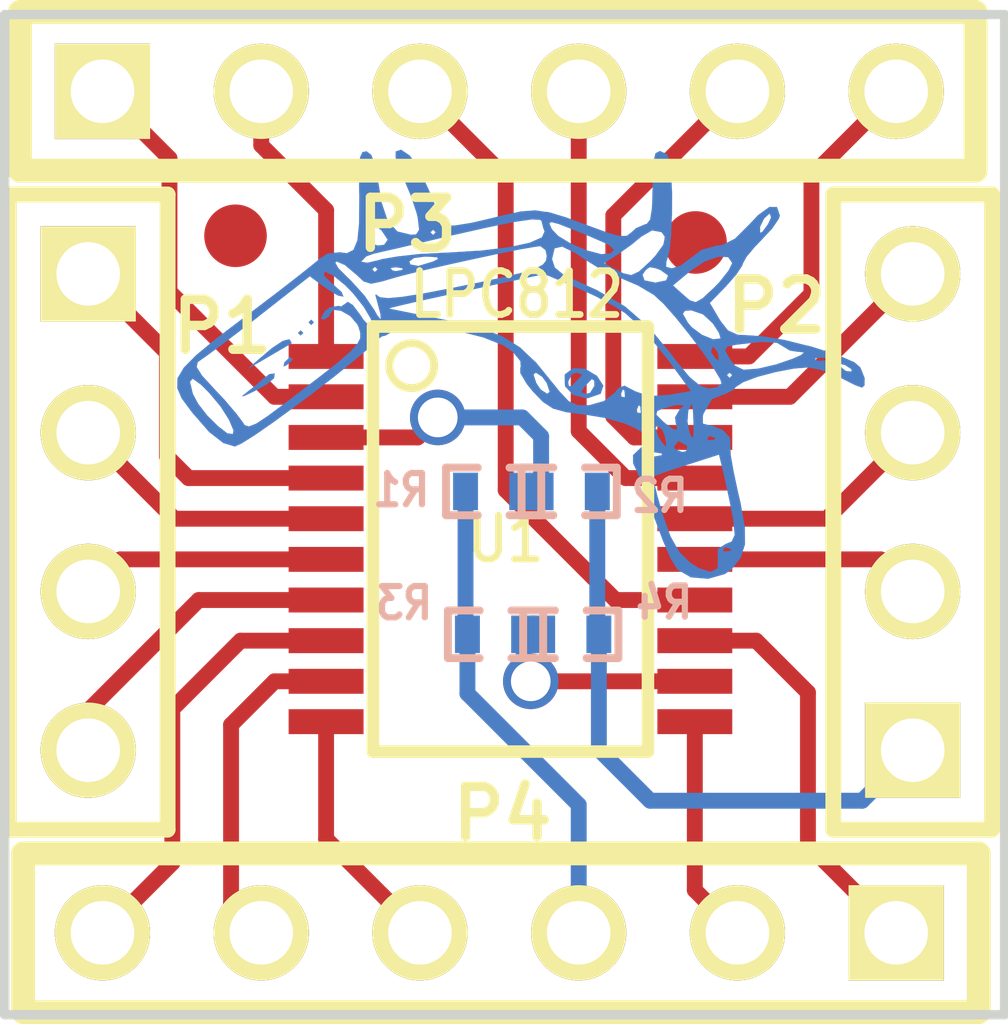
<source format=kicad_pcb>
(kicad_pcb (version 3) (host pcbnew "(2013-jul-07)-stable")

  (general
    (links 26)
    (no_connects 0)
    (area 327.924999 164.924999 344.075001 181.075001)
    (thickness 1.6)
    (drawings 4)
    (tracks 78)
    (zones 0)
    (modules 12)
    (nets 23)
  )

  (page A3)
  (layers
    (15 F.Cu signal)
    (0 B.Cu signal)
    (20 B.SilkS user)
    (21 F.SilkS user)
    (22 B.Mask user)
    (23 F.Mask user)
    (28 Edge.Cuts user)
  )

  (setup
    (last_trace_width 0.254)
    (trace_clearance 0.254)
    (zone_clearance 0.2032)
    (zone_45_only no)
    (trace_min 0.254)
    (segment_width 0.2)
    (edge_width 0.15)
    (via_size 0.889)
    (via_drill 0.635)
    (via_min_size 0.889)
    (via_min_drill 0.508)
    (uvia_size 0.508)
    (uvia_drill 0.127)
    (uvias_allowed no)
    (uvia_min_size 0.508)
    (uvia_min_drill 0.127)
    (pcb_text_width 0.3)
    (pcb_text_size 1 1)
    (mod_edge_width 0.15)
    (mod_text_size 1 1)
    (mod_text_width 0.15)
    (pad_size 0.39878 1.19888)
    (pad_drill 0)
    (pad_to_mask_clearance 0.05)
    (solder_mask_min_width 0.1)
    (aux_axis_origin 0 0)
    (visible_elements FFFFFFBF)
    (pcbplotparams
      (layerselection 284196865)
      (usegerberextensions true)
      (excludeedgelayer true)
      (linewidth 0.150000)
      (plotframeref false)
      (viasonmask false)
      (mode 1)
      (useauxorigin false)
      (hpglpennumber 1)
      (hpglpenspeed 20)
      (hpglpendiameter 15)
      (hpglpenoverlay 2)
      (psnegative false)
      (psa4output false)
      (plotreference true)
      (plotvalue true)
      (plotothertext true)
      (plotinvisibletext false)
      (padsonsilk false)
      (subtractmaskfromsilk false)
      (outputformat 1)
      (mirror false)
      (drillshape 0)
      (scaleselection 1)
      (outputdirectory Gerber_Starter_Adapter/))
  )

  (net 0 "")
  (net 1 +3.3V)
  (net 2 /GPIO0_0)
  (net 3 /GPIO0_1)
  (net 4 /GPIO0_12)
  (net 5 /GPIO0_2)
  (net 6 /GPIO0_3)
  (net 7 /GPIO0_4)
  (net 8 /GPIO0_5)
  (net 9 DGND)
  (net 10 N-000001)
  (net 11 N-0000010)
  (net 12 N-0000012)
  (net 13 N-0000013)
  (net 14 N-000002)
  (net 15 N-0000023)
  (net 16 N-0000024)
  (net 17 N-000003)
  (net 18 N-000004)
  (net 19 N-000006)
  (net 20 N-000007)
  (net 21 N-000008)
  (net 22 N-000009)

  (net_class Default "This is the default net class."
    (clearance 0.254)
    (trace_width 0.254)
    (via_dia 0.889)
    (via_drill 0.635)
    (uvia_dia 0.508)
    (uvia_drill 0.127)
    (add_net "")
    (add_net +3.3V)
    (add_net /GPIO0_0)
    (add_net /GPIO0_1)
    (add_net /GPIO0_12)
    (add_net /GPIO0_2)
    (add_net /GPIO0_3)
    (add_net /GPIO0_4)
    (add_net /GPIO0_5)
    (add_net DGND)
    (add_net N-000001)
    (add_net N-0000010)
    (add_net N-0000012)
    (add_net N-0000013)
    (add_net N-000002)
    (add_net N-0000023)
    (add_net N-0000024)
    (add_net N-000003)
    (add_net N-000004)
    (add_net N-000006)
    (add_net N-000007)
    (add_net N-000008)
    (add_net N-000009)
  )

  (module TSSOP20 (layer F.Cu) (tedit 523C032B) (tstamp 523C1D89)
    (at 336.0928 173.39056 270)
    (descr "SSOP 20 pins")
    (tags "CMS SSOP SMD SSOP20 SSOP-20")
    (path /523BFD2C)
    (clearance 0.14986)
    (attr smd)
    (fp_text reference U1 (at 0 0.0762 360) (layer F.SilkS)
      (effects (font (size 0.70104 0.59944) (thickness 0.10922)))
    )
    (fp_text value LPC812 (at -3.9116 -0.1016 360) (layer F.SilkS)
      (effects (font (size 0.70104 0.59944) (thickness 0.10922)))
    )
    (fp_line (start -3.4 -2.2) (end 3.4 -2.2) (layer F.SilkS) (width 0.20066))
    (fp_line (start 3.4 -2.2) (end 3.4 2.2) (layer F.SilkS) (width 0.20066))
    (fp_line (start 3.4 2.2) (end -3.4 2.2) (layer F.SilkS) (width 0.20066))
    (fp_line (start -3.4 2.2) (end -3.4 -2.2) (layer F.SilkS) (width 0.20066))
    (fp_circle (center -2.77368 1.57988) (end -3.02768 1.32588) (layer F.SilkS) (width 0.127))
    (pad 1 smd rect (at -2.921 2.95 270) (size 0.39878 1.19888)
      (layers F.Cu F.Mask)
      (net 17 N-000003)
    )
    (pad 2 smd rect (at -2.27584 2.95 270) (size 0.39878 1.19888)
      (layers F.Cu F.Mask)
      (net 19 N-000006)
    )
    (pad 3 smd rect (at -1.6256 2.95 270) (size 0.39878 1.19888)
      (layers F.Cu F.Mask)
      (net 16 N-0000024)
    )
    (pad 4 smd rect (at -0.97536 2.95 270) (size 0.39878 1.19888)
      (layers F.Cu F.Mask)
      (net 8 /GPIO0_5)
    )
    (pad 5 smd rect (at -0.32512 2.95 270) (size 0.39878 1.19888)
      (layers F.Cu F.Mask)
      (net 7 /GPIO0_4)
    )
    (pad 6 smd rect (at 0.32512 2.95 270) (size 0.39878 1.19888)
      (layers F.Cu F.Mask)
      (net 6 /GPIO0_3)
    )
    (pad 7 smd rect (at 0.97536 2.95 270) (size 0.39878 1.19888)
      (layers F.Cu F.Mask)
      (net 5 /GPIO0_2)
    )
    (pad 8 smd rect (at 1.6256 2.95 270) (size 0.39878 1.19888)
      (layers F.Cu F.Mask)
      (net 11 N-0000010)
    )
    (pad 9 smd rect (at 2.27584 2.95 270) (size 0.39878 1.19888)
      (layers F.Cu F.Mask)
      (net 10 N-000001)
    )
    (pad 10 smd rect (at 2.921 2.95 270) (size 0.39878 1.19888)
      (layers F.Cu F.Mask)
      (net 14 N-000002)
    )
    (pad 11 smd rect (at 2.921 -2.95 270) (size 0.39878 1.19888)
      (layers F.Cu F.Mask)
      (net 12 N-0000012)
    )
    (pad 12 smd rect (at 2.27584 -2.95 270) (size 0.39878 1.19888)
      (layers F.Cu F.Mask)
      (net 15 N-0000023)
    )
    (pad 13 smd rect (at 1.6256 -2.95 270) (size 0.39878 1.19888)
      (layers F.Cu F.Mask)
      (net 13 N-0000013)
    )
    (pad 14 smd rect (at 0.97536 -2.95 270) (size 0.39878 1.19888)
      (layers F.Cu F.Mask)
      (net 18 N-000004)
    )
    (pad 15 smd rect (at 0.32512 -2.95 270) (size 0.39878 1.19888)
      (layers F.Cu F.Mask)
      (net 1 +3.3V)
    )
    (pad 16 smd rect (at -0.32512 -2.95 270) (size 0.39878 1.19888)
      (layers F.Cu F.Mask)
      (net 9 DGND)
    )
    (pad 17 smd rect (at -0.97536 -2.95 270) (size 0.39878 1.19888)
      (layers F.Cu F.Mask)
      (net 22 N-000009)
    )
    (pad 18 smd rect (at -1.6256 -2.95 270) (size 0.39878 1.19888)
      (layers F.Cu F.Mask)
      (net 21 N-000008)
    )
    (pad 19 smd rect (at -2.27584 -2.95 270) (size 0.39878 1.19888)
      (layers F.Cu F.Mask)
      (net 2 /GPIO0_0)
    )
    (pad 20 smd rect (at -2.921 -2.95 270) (size 0.39878 1.19888)
      (layers F.Cu F.Mask)
      (net 20 N-000007)
    )
    (model smd/cms_so20.wrl
      (at (xyz 0 0 0))
      (scale (xyz 0.255 0.33 0.3))
      (rotate (xyz 0 0 0))
    )
  )

  (module SM0402 (layer B.Cu) (tedit 523C041E) (tstamp 523C1D95)
    (at 337.058 174.91456)
    (path /523BFE23)
    (attr smd)
    (fp_text reference R4 (at 1.49352 -0.508) (layer B.SilkS)
      (effects (font (size 0.50038 0.44958) (thickness 0.09906)) (justify mirror))
    )
    (fp_text value 0 (at 0 0.7366) (layer B.SilkS) hide
      (effects (font (size 0.50038 0.44958) (thickness 0.09906)) (justify mirror))
    )
    (fp_line (start -0.254 0.381) (end -0.762 0.381) (layer B.SilkS) (width 0.127))
    (fp_line (start -0.762 0.381) (end -0.762 -0.381) (layer B.SilkS) (width 0.127))
    (fp_line (start -0.762 -0.381) (end -0.254 -0.381) (layer B.SilkS) (width 0.127))
    (fp_line (start 0.254 0.381) (end 0.762 0.381) (layer B.SilkS) (width 0.127))
    (fp_line (start 0.762 0.381) (end 0.762 -0.381) (layer B.SilkS) (width 0.127))
    (fp_line (start 0.762 -0.381) (end 0.254 -0.381) (layer B.SilkS) (width 0.127))
    (pad 1 smd rect (at -0.44958 0) (size 0.39878 0.59944)
      (layers B.Cu B.Mask)
      (net 15 N-0000023)
    )
    (pad 2 smd rect (at 0.44958 0) (size 0.39878 0.59944)
      (layers B.Cu B.Mask)
      (net 3 /GPIO0_1)
    )
    (model smd\chip_cms.wrl
      (at (xyz 0 0 0.002))
      (scale (xyz 0.05 0.05 0.05))
      (rotate (xyz 0 0 0))
    )
  )

  (module SM0402 (layer B.Cu) (tedit 523C03B2) (tstamp 523C1DA1)
    (at 337.0326 172.62856 180)
    (path /523BFE41)
    (attr smd)
    (fp_text reference R2 (at -1.4478 -0.07112 180) (layer B.SilkS)
      (effects (font (size 0.50038 0.44958) (thickness 0.09906)) (justify mirror))
    )
    (fp_text value 0 (at 0 0.7366 180) (layer B.SilkS) hide
      (effects (font (size 0.50038 0.44958) (thickness 0.09906)) (justify mirror))
    )
    (fp_line (start -0.254 0.381) (end -0.762 0.381) (layer B.SilkS) (width 0.127))
    (fp_line (start -0.762 0.381) (end -0.762 -0.381) (layer B.SilkS) (width 0.127))
    (fp_line (start -0.762 -0.381) (end -0.254 -0.381) (layer B.SilkS) (width 0.127))
    (fp_line (start 0.254 0.381) (end 0.762 0.381) (layer B.SilkS) (width 0.127))
    (fp_line (start 0.762 0.381) (end 0.762 -0.381) (layer B.SilkS) (width 0.127))
    (fp_line (start 0.762 -0.381) (end 0.254 -0.381) (layer B.SilkS) (width 0.127))
    (pad 1 smd rect (at -0.44958 0 180) (size 0.39878 0.59944)
      (layers B.Cu B.Mask)
      (net 3 /GPIO0_1)
    )
    (pad 2 smd rect (at 0.44958 0 180) (size 0.39878 0.59944)
      (layers B.Cu B.Mask)
      (net 16 N-0000024)
    )
    (model smd\chip_cms.wrl
      (at (xyz 0 0 0.002))
      (scale (xyz 0.05 0.05 0.05))
      (rotate (xyz 0 0 0))
    )
  )

  (module SM0402 (layer B.Cu) (tedit 523C03AF) (tstamp 523C1DAD)
    (at 335.82356 172.62856)
    (path /523C02F3)
    (attr smd)
    (fp_text reference R1 (at -1.47828 -0.02032) (layer B.SilkS)
      (effects (font (size 0.50038 0.44958) (thickness 0.09906)) (justify mirror))
    )
    (fp_text value 0 (at 0 0.7366) (layer B.SilkS) hide
      (effects (font (size 0.50038 0.44958) (thickness 0.09906)) (justify mirror))
    )
    (fp_line (start -0.254 0.381) (end -0.762 0.381) (layer B.SilkS) (width 0.127))
    (fp_line (start -0.762 0.381) (end -0.762 -0.381) (layer B.SilkS) (width 0.127))
    (fp_line (start -0.762 -0.381) (end -0.254 -0.381) (layer B.SilkS) (width 0.127))
    (fp_line (start 0.254 0.381) (end 0.762 0.381) (layer B.SilkS) (width 0.127))
    (fp_line (start 0.762 0.381) (end 0.762 -0.381) (layer B.SilkS) (width 0.127))
    (fp_line (start 0.762 -0.381) (end 0.254 -0.381) (layer B.SilkS) (width 0.127))
    (pad 1 smd rect (at -0.44958 0) (size 0.39878 0.59944)
      (layers B.Cu B.Mask)
      (net 4 /GPIO0_12)
    )
    (pad 2 smd rect (at 0.44958 0) (size 0.39878 0.59944)
      (layers B.Cu B.Mask)
      (net 16 N-0000024)
    )
    (model smd\chip_cms.wrl
      (at (xyz 0 0 0.002))
      (scale (xyz 0.05 0.05 0.05))
      (rotate (xyz 0 0 0))
    )
  )

  (module SM0402 (layer B.Cu) (tedit 523C0406) (tstamp 523C21A8)
    (at 335.85404 174.91456 180)
    (path /523C0343)
    (attr smd)
    (fp_text reference R3 (at 1.46304 0.49784 180) (layer B.SilkS)
      (effects (font (size 0.50038 0.44958) (thickness 0.09906)) (justify mirror))
    )
    (fp_text value 0 (at 0 0.7366 180) (layer B.SilkS) hide
      (effects (font (size 0.50038 0.44958) (thickness 0.09906)) (justify mirror))
    )
    (fp_line (start -0.254 0.381) (end -0.762 0.381) (layer B.SilkS) (width 0.127))
    (fp_line (start -0.762 0.381) (end -0.762 -0.381) (layer B.SilkS) (width 0.127))
    (fp_line (start -0.762 -0.381) (end -0.254 -0.381) (layer B.SilkS) (width 0.127))
    (fp_line (start 0.254 0.381) (end 0.762 0.381) (layer B.SilkS) (width 0.127))
    (fp_line (start 0.762 0.381) (end 0.762 -0.381) (layer B.SilkS) (width 0.127))
    (fp_line (start 0.762 -0.381) (end 0.254 -0.381) (layer B.SilkS) (width 0.127))
    (pad 1 smd rect (at -0.44958 0 180) (size 0.39878 0.59944)
      (layers B.Cu B.Mask)
      (net 15 N-0000023)
    )
    (pad 2 smd rect (at 0.44958 0 180) (size 0.39878 0.59944)
      (layers B.Cu B.Mask)
      (net 4 /GPIO0_12)
    )
    (model smd\chip_cms.wrl
      (at (xyz 0 0 0.002))
      (scale (xyz 0.05 0.05 0.05))
      (rotate (xyz 0 0 0))
    )
  )

  (module pin_array_6x1 (layer F.Cu) (tedit 523C01BA) (tstamp 523C1DC7)
    (at 335.915 166.20236)
    (tags CONN)
    (path /523C0053)
    (fp_text reference P3 (at -1.4732 2.159) (layer F.SilkS)
      (effects (font (size 0.8 0.8) (thickness 0.15)))
    )
    (fp_text value CONN_6 (at 0 2.6162) (layer F.SilkS) hide
      (effects (font (size 1.016 1.016) (thickness 0.2032)))
    )
    (fp_line (start -7.6708 1.2954) (end 7.62 1.2954) (layer F.SilkS) (width 0.381))
    (fp_line (start -7.6708 -1.2446) (end 7.62 -1.2446) (layer F.SilkS) (width 0.381))
    (fp_line (start 7.62 -1.2192) (end 7.62 1.2954) (layer F.SilkS) (width 0.381))
    (fp_line (start -7.6708 1.2954) (end -7.6708 -1.2192) (layer F.SilkS) (width 0.381))
    (pad 1 thru_hole rect (at -6.35 0.0254) (size 1.524 1.524) (drill 1.016)
      (layers *.Cu *.Mask F.SilkS)
      (net 19 N-000006)
    )
    (pad 2 thru_hole circle (at -3.81 0.0254) (size 1.524 1.524) (drill 1.016)
      (layers *.Cu *.Mask F.SilkS)
      (net 17 N-000003)
    )
    (pad 3 thru_hole circle (at -1.27 0.0254) (size 1.524 1.524) (drill 1.016)
      (layers *.Cu *.Mask F.SilkS)
      (net 18 N-000004)
    )
    (pad 4 thru_hole circle (at 1.27 0.0254) (size 1.524 1.524) (drill 1.016)
      (layers *.Cu *.Mask F.SilkS)
      (net 22 N-000009)
    )
    (pad 5 thru_hole circle (at 3.81 0.0254) (size 1.524 1.524) (drill 1.016)
      (layers *.Cu *.Mask F.SilkS)
      (net 21 N-000008)
    )
    (pad 6 thru_hole circle (at 6.35 0.0254) (size 1.524 1.524) (drill 1.016)
      (layers *.Cu *.Mask F.SilkS)
      (net 20 N-000007)
    )
    (model pin_array/pins_array_12x2.wrl
      (at (xyz 0 0 0))
      (scale (xyz 1 1 1))
      (rotate (xyz 0 0 0))
    )
  )

  (module pin_array_6x1 (layer F.Cu) (tedit 523C0188) (tstamp 523C1DD5)
    (at 335.915 179.71516 180)
    (tags CONN)
    (path /523C0225)
    (fp_text reference P4 (at -0.0508 1.9304 180) (layer F.SilkS)
      (effects (font (size 0.8 0.8) (thickness 0.15)))
    )
    (fp_text value CONN_6 (at 0 2.6162 180) (layer F.SilkS) hide
      (effects (font (size 1.016 1.016) (thickness 0.2032)))
    )
    (fp_line (start -7.6708 1.2954) (end 7.62 1.2954) (layer F.SilkS) (width 0.381))
    (fp_line (start -7.6708 -1.2446) (end 7.62 -1.2446) (layer F.SilkS) (width 0.381))
    (fp_line (start 7.62 -1.2192) (end 7.62 1.2954) (layer F.SilkS) (width 0.381))
    (fp_line (start -7.6708 1.2954) (end -7.6708 -1.2192) (layer F.SilkS) (width 0.381))
    (pad 1 thru_hole rect (at -6.35 0.0254 180) (size 1.524 1.524) (drill 1.016)
      (layers *.Cu *.Mask F.SilkS)
      (net 13 N-0000013)
    )
    (pad 2 thru_hole circle (at -3.81 0.0254 180) (size 1.524 1.524) (drill 1.016)
      (layers *.Cu *.Mask F.SilkS)
      (net 12 N-0000012)
    )
    (pad 3 thru_hole circle (at -1.27 0.0254 180) (size 1.524 1.524) (drill 1.016)
      (layers *.Cu *.Mask F.SilkS)
      (net 4 /GPIO0_12)
    )
    (pad 4 thru_hole circle (at 1.27 0.0254 180) (size 1.524 1.524) (drill 1.016)
      (layers *.Cu *.Mask F.SilkS)
      (net 14 N-000002)
    )
    (pad 5 thru_hole circle (at 3.81 0.0254 180) (size 1.524 1.524) (drill 1.016)
      (layers *.Cu *.Mask F.SilkS)
      (net 10 N-000001)
    )
    (pad 6 thru_hole circle (at 6.35 0.0254 180) (size 1.524 1.524) (drill 1.016)
      (layers *.Cu *.Mask F.SilkS)
      (net 11 N-0000010)
    )
    (model pin_array/pins_array_12x2.wrl
      (at (xyz 0 0 0))
      (scale (xyz 1 1 1))
      (rotate (xyz 0 0 0))
    )
  )

  (module PIN_ARRAY_4x1 (layer F.Cu) (tedit 523C0457) (tstamp 523C1DE1)
    (at 329.3364 172.95876 270)
    (descr "Double rangee de contacts 2 x 5 pins")
    (tags CONN)
    (path /52364485)
    (fp_text reference P1 (at -2.96672 -2.14376 360) (layer F.SilkS)
      (effects (font (size 0.8 0.8) (thickness 0.15)))
    )
    (fp_text value CONN_4 (at 0 2.54 270) (layer F.SilkS) hide
      (effects (font (size 1.016 1.016) (thickness 0.2032)))
    )
    (fp_line (start 5.08 1.27) (end -5.08 1.27) (layer F.SilkS) (width 0.254))
    (fp_line (start 5.08 -1.27) (end -5.08 -1.27) (layer F.SilkS) (width 0.254))
    (fp_line (start -5.08 -1.27) (end -5.08 1.27) (layer F.SilkS) (width 0.254))
    (fp_line (start 5.08 1.27) (end 5.08 -1.27) (layer F.SilkS) (width 0.254))
    (pad 1 thru_hole rect (at -3.81 0 270) (size 1.524 1.524) (drill 1.016)
      (layers *.Cu *.Mask F.SilkS)
      (net 8 /GPIO0_5)
    )
    (pad 2 thru_hole circle (at -1.27 0 270) (size 1.524 1.524) (drill 1.016)
      (layers *.Cu *.Mask F.SilkS)
      (net 7 /GPIO0_4)
    )
    (pad 3 thru_hole circle (at 1.27 0 270) (size 1.524 1.524) (drill 1.016)
      (layers *.Cu *.Mask F.SilkS)
      (net 6 /GPIO0_3)
    )
    (pad 4 thru_hole circle (at 3.81 0 270) (size 1.524 1.524) (drill 1.016)
      (layers *.Cu *.Mask F.SilkS)
      (net 5 /GPIO0_2)
    )
    (model pin_array\pins_array_4x1.wrl
      (at (xyz 0 0 0))
      (scale (xyz 1 1 1))
      (rotate (xyz 0 0 0))
    )
  )

  (module PIN_ARRAY_4x1 (layer F.Cu) (tedit 523C0477) (tstamp 523C1DED)
    (at 342.52916 172.95876 90)
    (descr "Double rangee de contacts 2 x 5 pins")
    (tags CONN)
    (path /52364492)
    (fp_text reference P2 (at 3.29184 -2.17932 180) (layer F.SilkS)
      (effects (font (size 0.8 0.8) (thickness 0.15)))
    )
    (fp_text value CONN_4 (at 0 2.54 90) (layer F.SilkS) hide
      (effects (font (size 1.016 1.016) (thickness 0.2032)))
    )
    (fp_line (start 5.08 1.27) (end -5.08 1.27) (layer F.SilkS) (width 0.254))
    (fp_line (start 5.08 -1.27) (end -5.08 -1.27) (layer F.SilkS) (width 0.254))
    (fp_line (start -5.08 -1.27) (end -5.08 1.27) (layer F.SilkS) (width 0.254))
    (fp_line (start 5.08 1.27) (end 5.08 -1.27) (layer F.SilkS) (width 0.254))
    (pad 1 thru_hole rect (at -3.81 0 90) (size 1.524 1.524) (drill 1.016)
      (layers *.Cu *.Mask F.SilkS)
      (net 3 /GPIO0_1)
    )
    (pad 2 thru_hole circle (at -1.27 0 90) (size 1.524 1.524) (drill 1.016)
      (layers *.Cu *.Mask F.SilkS)
      (net 1 +3.3V)
    )
    (pad 3 thru_hole circle (at 1.27 0 90) (size 1.524 1.524) (drill 1.016)
      (layers *.Cu *.Mask F.SilkS)
      (net 9 DGND)
    )
    (pad 4 thru_hole circle (at 3.81 0 90) (size 1.524 1.524) (drill 1.016)
      (layers *.Cu *.Mask F.SilkS)
      (net 2 /GPIO0_0)
    )
    (model pin_array\pins_array_4x1.wrl
      (at (xyz 0 0 0))
      (scale (xyz 1 1 1))
      (rotate (xyz 0 0 0))
    )
  )

  (module Mire_Ronde_1mm (layer F.Cu) (tedit 51005D6C) (tstamp 523C1DF2)
    (at 339.05444 168.64584)
    (path /50721384)
    (fp_text reference M2 (at 0 -1.75006) (layer F.SilkS) hide
      (effects (font (size 1.00076 1.00076) (thickness 0.20066)))
    )
    (fp_text value MIRE_RONDE (at 0 1.84912) (layer F.SilkS) hide
      (effects (font (size 1.00076 1.00076) (thickness 0.20066)))
    )
    (pad 0 connect circle (at 0 0) (size 1.00076 1.00076)
      (layers F.Cu F.Mask)
    )
  )

  (module Mire_Ronde_1mm (layer F.Cu) (tedit 51005D6C) (tstamp 523C1DF7)
    (at 331.69352 168.53916)
    (path /5072137F)
    (fp_text reference M1 (at 0 -1.75006) (layer F.SilkS) hide
      (effects (font (size 1.00076 1.00076) (thickness 0.20066)))
    )
    (fp_text value MIRE_RONDE (at 0 1.84912) (layer F.SilkS) hide
      (effects (font (size 1.00076 1.00076) (thickness 0.20066)))
    )
    (pad 0 connect circle (at 0 0) (size 1.00076 1.00076)
      (layers F.Cu F.Mask)
    )
  )

  (module LOGO_TI_BACK_Copper_135 (layer B.Cu) (tedit 0) (tstamp 523C39FD)
    (at 336.08264 170.72864 180)
    (fp_text reference G*** (at 0 -4.48818 180) (layer B.SilkS) hide
      (effects (font (size 1.524 1.524) (thickness 0.3048)) (justify mirror))
    )
    (fp_text value LOGO_TI_BACK_Copper_135 (at 0 4.48818 180) (layer B.SilkS) hide
      (effects (font (size 1.524 1.524) (thickness 0.3048)) (justify mirror))
    )
    (fp_poly (pts (xy -5.6769 -0.08636) (xy -5.60832 0.08382) (xy -5.5118 0.16764) (xy -5.46862 0.18542)
      (xy -5.46862 0.01778) (xy -5.37718 0.0254) (xy -5.31622 0.07366) (xy -5.26288 0.14478)
      (xy -5.3467 0.127) (xy -5.36448 0.12192) (xy -5.46608 0.05588) (xy -5.46862 0.01778)
      (xy -5.46862 0.18542) (xy -5.20954 0.29718) (xy -5.12064 0.32258) (xy -5.12064 0.2286)
      (xy -5.1054 0.19812) (xy -4.93268 0.18796) (xy -4.89458 0.19812) (xy -4.88442 0.2286)
      (xy -5.00126 0.2413) (xy -5.12064 0.2286) (xy -5.12064 0.32258) (xy -4.81838 0.4191)
      (xy -4.70662 0.4445) (xy -4.70662 0.32512) (xy -4.66598 0.28448) (xy -4.53136 0.22352)
      (xy -4.26466 0.13208) (xy -3.97256 0.0635) (xy -3.96494 0.0635) (xy -3.74142 0.04572)
      (xy -3.6068 0.10922) (xy -3.55854 0.16764) (xy -3.55854 -0.04064) (xy -3.51536 -0.08382)
      (xy -3.47472 -0.04064) (xy -3.51536 0) (xy -3.55854 -0.04064) (xy -3.55854 0.16764)
      (xy -3.52298 0.21336) (xy -3.4417 0.35814) (xy -3.48234 0.4191) (xy -3.62204 0.44704)
      (xy -4.0259 0.49276) (xy -4.27482 0.47752) (xy -4.36372 0.42418) (xy -4.48056 0.35306)
      (xy -4.59994 0.33528) (xy -4.70662 0.32512) (xy -4.70662 0.4445) (xy -4.40436 0.5207)
      (xy -4.04114 0.58166) (xy -3.89382 0.59182) (xy -3.64236 0.60706) (xy -3.48996 0.67564)
      (xy -3.38836 0.80518) (xy -3.38836 -0.17018) (xy -3.31724 -0.23368) (xy -3.1877 -0.254)
      (xy -3.04546 -0.21082) (xy -2.93878 -0.12192) (xy -2.93878 -0.76708) (xy -2.93878 -0.8255)
      (xy -2.93878 -1.01346) (xy -2.91846 -1.04648) (xy -2.87274 -0.9525) (xy -2.84226 -0.78232)
      (xy -2.85496 -0.6096) (xy -2.90068 -0.51308) (xy -2.91592 -0.508) (xy -2.92862 -0.58166)
      (xy -2.93878 -0.76708) (xy -2.93878 -0.12192) (xy -2.89814 -0.0889) (xy -2.89814 -0.29464)
      (xy -2.83972 -0.3048) (xy -2.83972 -1.18364) (xy -2.8194 -1.2573) (xy -2.75844 -1.27)
      (xy -2.64414 -1.22428) (xy -2.62636 -1.18364) (xy -2.68732 -1.10236) (xy -2.70764 -1.09982)
      (xy -2.82194 -1.16078) (xy -2.83972 -1.18364) (xy -2.83972 -0.3048) (xy -2.79146 -0.31496)
      (xy -2.79146 -0.52578) (xy -2.72034 -0.5842) (xy -2.64414 -0.71628) (xy -2.6543 -0.79502)
      (xy -2.6797 -0.91186) (xy -2.61366 -0.90424) (xy -2.50444 -0.82296) (xy -2.50444 -1.15062)
      (xy -2.49428 -1.18364) (xy -2.43586 -1.12014) (xy -2.43332 -1.1176) (xy -2.43332 -1.29286)
      (xy -2.43332 -1.3208) (xy -2.31902 -1.34112) (xy -2.27076 -1.32842) (xy -2.23774 -1.29032)
      (xy -2.32156 -1.27508) (xy -2.43332 -1.29286) (xy -2.43332 -1.1176) (xy -2.37236 -1.016)
      (xy -2.32918 -0.88646) (xy -2.35966 -0.84582) (xy -2.44094 -0.91694) (xy -2.48158 -1.016)
      (xy -2.50444 -1.15062) (xy -2.50444 -0.82296) (xy -2.45618 -0.78486) (xy -2.34442 -0.6731)
      (xy -2.35712 -0.61468) (xy -2.43586 -0.57912) (xy -2.63144 -0.52324) (xy -2.71272 -0.51562)
      (xy -2.79146 -0.52578) (xy -2.79146 -0.31496) (xy -2.54254 -0.3556) (xy -2.23266 -0.37592)
      (xy -2.20218 -0.36576) (xy -2.20218 -0.80264) (xy -2.159 -0.84582) (xy -2.11582 -0.80264)
      (xy -2.159 -0.762) (xy -2.20218 -0.80264) (xy -2.20218 -0.36576) (xy -2.09804 -0.3302)
      (xy -2.09804 -0.63754) (xy -2.08788 -0.6477) (xy -2.03708 -0.63754) (xy -2.032 -0.59182)
      (xy -2.06248 -0.52324) (xy -2.08788 -0.53594) (xy -2.09804 -0.63754) (xy -2.09804 -0.3302)
      (xy -2.00914 -0.29972) (xy -1.98882 -0.28956) (xy -1.84404 -0.21336) (xy -1.84404 -0.38354)
      (xy -1.83388 -0.3937) (xy -1.78308 -0.38354) (xy -1.778 -0.33782) (xy -1.80848 -0.26924)
      (xy -1.83388 -0.28194) (xy -1.84404 -0.38354) (xy -1.84404 -0.21336) (xy -1.83896 -0.20828)
      (xy -1.74244 -0.2413) (xy -1.6764 -0.32512) (xy -1.50622 -0.45466) (xy -1.27254 -0.5207)
      (xy -1.08458 -0.5207) (xy -0.94234 -0.4572) (xy -0.7874 -0.2921) (xy -0.7112 -0.19558)
      (xy -0.63754 -0.10668) (xy -0.63754 -0.30734) (xy -0.59944 -0.33782) (xy -0.4953 -0.27178)
      (xy -0.42418 -0.16764) (xy -0.37846 -0.03048) (xy -0.41656 0) (xy -0.51816 -0.06604)
      (xy -0.59182 -0.16764) (xy -0.63754 -0.30734) (xy -0.63754 -0.10668) (xy -0.42418 0.15748)
      (xy -0.16002 0.4064) (xy 0.12446 0.5842) (xy 0.4826 0.71374) (xy 0.95504 0.8255)
      (xy 1.00584 0.8382) (xy 1.37414 0.91186) (xy 1.6764 0.97282) (xy 1.87706 1.01346)
      (xy 1.93802 1.02362) (xy 1.8796 1.04394) (xy 1.67894 1.0922) (xy 1.36906 1.16332)
      (xy 0.97282 1.24968) (xy 0.71882 1.30556) (xy -0.55118 1.57734) (xy -1.05918 1.36652)
      (xy -1.37922 1.2192) (xy -1.68148 1.05664) (xy -1.84912 0.94996) (xy -2.04216 0.7747)
      (xy -2.28092 0.51562) (xy -2.51206 0.2286) (xy -2.51714 0.22352) (xy -2.89814 -0.29464)
      (xy -2.89814 -0.0889) (xy -2.87528 -0.06858) (xy -2.65684 0.19304) (xy -2.58572 0.2921)
      (xy -2.2225 0.72898) (xy -1.84658 1.05664) (xy -1.39192 1.3208) (xy -1.12268 1.44272)
      (xy -0.85852 1.56718) (xy -0.72136 1.67894) (xy -0.67818 1.80594) (xy -0.67818 1.83134)
      (xy -0.71628 1.98882) (xy -0.8382 2.01676) (xy -1.05664 1.91008) (xy -1.1811 1.82372)
      (xy -1.45034 1.65608) (xy -1.73736 1.524) (xy -1.77038 1.51384) (xy -2.04978 1.39446)
      (xy -2.30378 1.2446) (xy -2.30886 1.23952) (xy -2.45872 1.10236) (xy -2.6543 0.88138)
      (xy -2.8702 0.61214) (xy -3.08102 0.33528) (xy -3.25374 0.08382) (xy -3.3655 -0.1016)
      (xy -3.38836 -0.17018) (xy -3.38836 0.80518) (xy -3.37312 0.8255) (xy -3.37312 0.54864)
      (xy -3.34264 0.54356) (xy -3.34264 0.20574) (xy -3.302 0.21336) (xy -3.22326 0.32004)
      (xy -3.22072 0.3429) (xy -3.24612 0.42164) (xy -3.30962 0.35306) (xy -3.33756 0.2921)
      (xy -3.34264 0.20574) (xy -3.34264 0.54356) (xy -3.25374 0.5334) (xy -3.07594 0.60452)
      (xy -2.9083 0.72898) (xy -2.84734 0.80264) (xy -2.7686 0.94234) (xy -2.80416 0.9906)
      (xy -2.9083 0.99568) (xy -3.09118 0.93218) (xy -3.24866 0.7874) (xy -3.34772 0.635)
      (xy -3.37312 0.54864) (xy -3.37312 0.8255) (xy -3.35534 0.85344) (xy -3.2004 1.11506)
      (xy -3.46456 1.38684) (xy -3.62458 1.56972) (xy -3.71856 1.71196) (xy -3.72872 1.74498)
      (xy -3.7846 1.84912) (xy -3.92684 2.0193) (xy -4.02336 2.11836) (xy -4.19862 2.30632)
      (xy -4.3053 2.4638) (xy -4.32054 2.51206) (xy -4.27482 2.64922) (xy -4.18084 2.64922)
      (xy -4.18084 2.48412) (xy -4.13258 2.37744) (xy -4.04368 2.25552) (xy -4.00304 2.2352)
      (xy -4.00304 2.33172) (xy -4.06908 2.46634) (xy -4.1529 2.54254) (xy -4.16052 2.54254)
      (xy -4.18084 2.48412) (xy -4.18084 2.64922) (xy -4.15544 2.65176) (xy -3.97256 2.51968)
      (xy -3.84302 2.38252) (xy -3.60426 2.14376) (xy -3.55854 2.1209) (xy -3.55854 1.75514)
      (xy -3.55854 1.7526) (xy -3.50012 1.63322) (xy -3.35788 1.45288) (xy -3.2639 1.35636)
      (xy -3.08356 1.18872) (xy -2.97434 1.12776) (xy -2.8829 1.1557) (xy -2.78892 1.23444)
      (xy -2.61112 1.39446) (xy -2.89052 1.62814) (xy -3.11658 1.778) (xy -3.33248 1.8542)
      (xy -3.4925 1.84912) (xy -3.55854 1.75514) (xy -3.55854 2.1209) (xy -3.40106 2.04216)
      (xy -3.31216 2.032) (xy -3.06832 1.96342) (xy -2.88544 1.82626) (xy -2.73812 1.7145)
      (xy -2.59334 1.66878) (xy -2.53238 1.68402) (xy -2.53238 1.55448) (xy -2.5019 1.47574)
      (xy -2.33172 1.44018) (xy -2.32918 1.44018) (xy -2.15392 1.47574) (xy -2.12344 1.56718)
      (xy -2.1717 1.6383) (xy -2.2352 1.68656) (xy -2.32156 1.67386) (xy -2.40792 1.64338)
      (xy -2.53238 1.55448) (xy -2.53238 1.68402) (xy -2.49936 1.69418) (xy -2.50698 1.78816)
      (xy -2.5146 1.8034) (xy -2.55524 1.94818) (xy -2.58064 2.20218) (xy -2.59334 2.52222)
      (xy -2.59588 2.85496) (xy -2.58318 3.15976) (xy -2.55524 3.38836) (xy -2.51714 3.4925)
      (xy -2.48412 3.50774) (xy -2.48412 2.16916) (xy -2.45618 2.0447) (xy -2.32664 1.8669)
      (xy -2.24536 1.78054) (xy -2.06756 1.61798) (xy -1.9431 1.55956) (xy -1.8161 1.59004)
      (xy -1.73736 1.62814) (xy -1.50876 1.75006) (xy -1.74752 1.905) (xy -1.95072 2.04978)
      (xy -2.10058 2.17424) (xy -2.27584 2.27584) (xy -2.42824 2.2479) (xy -2.48412 2.16916)
      (xy -2.48412 3.50774) (xy -2.40284 3.54584) (xy -2.33172 3.51028) (xy -2.29616 3.36296)
      (xy -2.286 3.07594) (xy -2.286 2.96672) (xy -2.27584 2.63652) (xy -2.24536 2.44856)
      (xy -2.18948 2.37744) (xy -2.16916 2.3749) (xy -2.0193 2.3114) (xy -1.95072 2.2479)
      (xy -1.87452 2.18948) (xy -1.76022 2.1844) (xy -1.66624 2.2098) (xy -1.66624 1.96342)
      (xy -1.6129 1.90754) (xy -1.46304 1.89484) (xy -1.2319 1.9558) (xy -0.98298 2.05994)
      (xy -0.7747 2.18694) (xy -0.6731 2.29362) (xy -0.63246 2.38506) (xy -0.6604 2.41046)
      (xy -0.78486 2.37744) (xy -1.03124 2.28092) (xy -1.29794 2.1717) (xy -1.51384 2.07772)
      (xy -1.59512 2.03708) (xy -1.66624 1.96342) (xy -1.66624 2.2098) (xy -1.56718 2.23774)
      (xy -1.2827 2.34188) (xy -0.90424 2.48158) (xy -0.62992 2.5654) (xy -0.59182 2.57048)
      (xy -0.59182 1.8669) (xy -0.57912 1.7907) (xy -0.52832 1.7272) (xy -0.41402 1.66624)
      (xy -0.21336 1.60274) (xy 0.09144 1.52908) (xy 0.52578 1.4351) (xy 0.9017 1.3589)
      (xy 1.38684 1.26492) (xy 1.7272 1.21158) (xy 1.95072 1.19126) (xy 2.08026 1.2065)
      (xy 2.13868 1.24968) (xy 2.15138 1.24206) (xy 2.13614 1.18618) (xy 2.0701 0.9398)
      (xy 2.06502 0.8509) (xy 2.1209 0.91694) (xy 2.16408 0.99568) (xy 2.20218 1.05156)
      (xy 2.20218 0.78232) (xy 2.23774 0.7366) (xy 2.33934 0.84328) (xy 2.39268 0.92456)
      (xy 2.51206 1.08204) (xy 2.59334 1.13284) (xy 2.60858 1.12014) (xy 2.69748 1.05918)
      (xy 2.74574 1.0668) (xy 2.8829 1.04394) (xy 2.96418 0.9779) (xy 3.0226 0.86868)
      (xy 2.97688 0.84836) (xy 2.88544 0.90424) (xy 2.88036 0.93218) (xy 2.82702 1.00584)
      (xy 2.70256 0.9906) (xy 2.55524 0.90678) (xy 2.44094 0.7747) (xy 2.42062 0.73152)
      (xy 2.39268 0.63754) (xy 2.39268 0.55118) (xy 2.44094 0.4572) (xy 2.5527 0.33528)
      (xy 2.74066 0.17018) (xy 3.03022 -0.05588) (xy 3.429 -0.36068) (xy 3.5687 -0.46736)
      (xy 3.86588 -0.68834) (xy 4.05638 -0.81534) (xy 4.17322 -0.86106) (xy 4.2418 -0.84074)
      (xy 4.27736 -0.7874) (xy 4.3815 -0.6477) (xy 4.42214 -0.60198) (xy 4.42214 -0.92202)
      (xy 4.42976 -0.98298) (xy 4.5212 -0.97028) (xy 4.66852 -0.85598) (xy 4.84124 -0.6858)
      (xy 4.98856 -0.4953) (xy 5.07238 -0.33782) (xy 5.1181 -0.14478) (xy 5.07492 -0.09652)
      (xy 4.9403 -0.19304) (xy 4.81584 -0.3175) (xy 4.63042 -0.53848) (xy 4.49326 -0.75438)
      (xy 4.42214 -0.92202) (xy 4.42214 -0.60198) (xy 4.56184 -0.43688) (xy 4.72948 -0.25908)
      (xy 4.9276 -0.04318) (xy 5.01142 0.09144) (xy 4.99364 0.16764) (xy 4.97332 0.18288)
      (xy 4.86156 0.26162) (xy 4.64566 0.4191) (xy 4.35864 0.63754) (xy 4.03098 0.889)
      (xy 4.02336 0.89662) (xy 3.2004 1.54178) (xy 2.94894 1.35636) (xy 2.75336 1.23444)
      (xy 2.66192 1.21666) (xy 2.6924 1.29032) (xy 2.84734 1.43002) (xy 2.97688 1.55448)
      (xy 2.96418 1.60782) (xy 2.9464 1.61036) (xy 2.8194 1.5494) (xy 2.63652 1.39954)
      (xy 2.50952 1.27) (xy 2.3368 1.05156) (xy 2.22504 0.8636) (xy 2.20218 0.78232)
      (xy 2.20218 1.05156) (xy 2.3241 1.2319) (xy 2.54254 1.4732) (xy 2.59842 1.52654)
      (xy 2.74574 1.67386) (xy 2.794 1.76276) (xy 2.77114 1.778) (xy 2.63906 1.72212)
      (xy 2.47396 1.58242) (xy 2.46888 1.57988) (xy 2.34188 1.4605) (xy 2.21996 1.4224)
      (xy 2.03962 1.4605) (xy 1.92278 1.49606) (xy 1.72212 1.55194) (xy 1.4097 1.63068)
      (xy 1.02362 1.71958) (xy 0.6096 1.81102) (xy 0.20574 1.89738) (xy -0.14224 1.9685)
      (xy -0.3937 2.01168) (xy -0.48768 2.02438) (xy -0.5715 1.96088) (xy -0.59182 1.8669)
      (xy -0.59182 2.57048) (xy -0.55626 2.57302) (xy -0.55626 2.25806) (xy -0.51308 2.16408)
      (xy -0.3175 2.07772) (xy 0.01016 2.0066) (xy 0.44958 1.95326) (xy 0.98552 1.92024)
      (xy 1.06934 1.9177) (xy 1.14808 1.91262) (xy 1.14808 1.81864) (xy 1.22682 1.778)
      (xy 1.46304 1.70688) (xy 1.59004 1.72974) (xy 1.60782 1.778) (xy 1.53416 1.83388)
      (xy 1.35636 1.85674) (xy 1.3335 1.85674) (xy 1.16332 1.84658) (xy 1.14808 1.81864)
      (xy 1.14808 1.91262) (xy 1.4478 1.89738) (xy 1.71704 1.8669) (xy 1.71704 1.67132)
      (xy 1.71704 1.64338) (xy 1.8288 1.62306) (xy 1.8796 1.63576) (xy 1.91008 1.67386)
      (xy 1.8288 1.68656) (xy 1.71704 1.67132) (xy 1.71704 1.8669) (xy 1.7907 1.85928)
      (xy 2.0447 1.8161) (xy 2.0955 1.80086) (xy 2.11582 1.79578) (xy 2.11582 1.651)
      (xy 2.159 1.61036) (xy 2.20218 1.651) (xy 2.159 1.69418) (xy 2.11582 1.651)
      (xy 2.11582 1.79578) (xy 2.27838 1.75768) (xy 2.37236 1.77292) (xy 2.37236 1.78308)
      (xy 2.2987 1.85928) (xy 2.17932 1.90246) (xy 2.02692 1.93802) (xy 1.74752 2.00152)
      (xy 1.38176 2.08788) (xy 0.9652 2.18694) (xy 0.93218 2.19456) (xy 0.3556 2.3241)
      (xy -0.06604 2.41046) (xy -0.34544 2.4511) (xy -0.48514 2.44602) (xy -0.508 2.42316)
      (xy -0.5334 2.32156) (xy -0.55626 2.25806) (xy -0.55626 2.57302) (xy -0.4064 2.59588)
      (xy -0.17526 2.5781) (xy 0.1143 2.5146) (xy 0.29972 2.46888) (xy 0.61722 2.39522)
      (xy 0.87376 2.35458) (xy 1.02108 2.35204) (xy 1.03632 2.35966) (xy 1.09982 2.46888)
      (xy 1.18618 2.65684) (xy 1.18618 2.24536) (xy 1.22682 2.20218) (xy 1.27 2.24536)
      (xy 1.22682 2.286) (xy 1.18618 2.24536) (xy 1.18618 2.65684) (xy 1.19888 2.68732)
      (xy 1.2954 2.921) (xy 1.4478 3.2512) (xy 1.6002 3.47218) (xy 1.7399 3.56616)
      (xy 1.82626 3.53822) (xy 1.82626 3.43662) (xy 1.76022 3.24104) (xy 1.70434 3.11658)
      (xy 1.58242 2.82956) (xy 1.49098 2.5527) (xy 1.4732 2.4765) (xy 1.45034 2.286)
      (xy 1.4986 2.21234) (xy 1.57734 2.20472) (xy 1.79832 2.25806) (xy 1.95326 2.4257)
      (xy 1.95326 2.12598) (xy 2.01168 2.0447) (xy 2.11582 2.032) (xy 2.25806 2.09296)
      (xy 2.286 2.20218) (xy 2.2479 2.35204) (xy 2.14122 2.34696) (xy 2.04978 2.27076)
      (xy 1.95326 2.12598) (xy 1.95326 2.4257) (xy 2.05232 2.72288) (xy 2.09296 2.9718)
      (xy 2.14884 3.302) (xy 2.21742 3.48488) (xy 2.286 3.53568) (xy 2.286 3.34772)
      (xy 2.32918 3.30454) (xy 2.37236 3.34772) (xy 2.32918 3.3909) (xy 2.286 3.34772)
      (xy 2.286 3.53568) (xy 2.29108 3.54076) (xy 2.35712 3.52806) (xy 2.39522 3.44678)
      (xy 2.41046 3.26644) (xy 2.41046 2.95402) (xy 2.40792 2.82194) (xy 2.41046 2.39776)
      (xy 2.4384 2.11582) (xy 2.5019 1.96342) (xy 2.60858 1.91008) (xy 2.72034 1.92532)
      (xy 2.91592 1.905) (xy 3.03276 1.8288) (xy 3.1496 1.73228) (xy 3.37312 1.55448)
      (xy 3.68046 1.31572) (xy 4.04114 1.0414) (xy 4.25704 0.87884) (xy 4.70154 0.54102)
      (xy 5.0165 0.28194) (xy 5.21716 0.07874) (xy 5.31622 -0.0889) (xy 5.3213 -0.24638)
      (xy 5.25018 -0.41148) (xy 5.10794 -0.60452) (xy 5.08508 -0.635) (xy 4.81076 -0.94996)
      (xy 4.5847 -1.12522) (xy 4.39928 -1.1811) (xy 4.2926 -1.13284) (xy 4.08178 -1.00076)
      (xy 3.79984 -0.80518) (xy 3.47218 -0.56642) (xy 3.12928 -0.30988) (xy 2.79908 -0.05588)
      (xy 2.5146 0.17526) (xy 2.29616 0.35814) (xy 2.18186 0.47498) (xy 2.17678 0.4826)
      (xy 2.0447 0.58166) (xy 1.98628 0.59436) (xy 1.87706 0.6604) (xy 1.86182 0.72136)
      (xy 1.8542 0.78994) (xy 1.81102 0.8255) (xy 1.70434 0.83312) (xy 1.50368 0.80518)
      (xy 1.18618 0.74168) (xy 0.90678 0.6858) (xy 0.42418 0.56388) (xy 0.09652 0.43434)
      (xy -0.04826 0.33274) (xy -0.17018 0.18288) (xy -0.17526 0.0889) (xy -0.16764 0.08382)
      (xy -0.16764 -0.00508) (xy -0.26924 -0.1778) (xy -0.35814 -0.28956) (xy -0.52832 -0.46736)
      (xy -0.69088 -0.57404) (xy -0.90424 -0.63246) (xy -1.18618 -0.66802) (xy -1.524 -0.7239)
      (xy -1.83642 -0.8128) (xy -2.01168 -0.889) (xy -2.28854 -1.0541) (xy -2.10058 -1.19634)
      (xy -1.97104 -1.3208) (xy -1.97358 -1.45034) (xy -2.01422 -1.5367) (xy -2.09042 -1.71196)
      (xy -2.1971 -1.9939) (xy -2.31394 -2.32156) (xy -2.32918 -2.36474) (xy -2.4511 -2.68986)
      (xy -2.57048 -2.96418) (xy -2.67208 -3.13436) (xy -2.68224 -3.1496) (xy -2.89814 -3.27406)
      (xy -3.175 -3.29692) (xy -3.4417 -3.22072) (xy -3.556 -3.1369) (xy -3.6957 -2.9591)
      (xy -3.76174 -2.74828) (xy -3.7592 -2.46888) (xy -3.69062 -2.08026) (xy -3.64998 -1.90754)
      (xy -3.59918 -1.66878) (xy -3.59918 -2.59588) (xy -3.55092 -2.70002) (xy -3.5433 -2.7051)
      (xy -3.5433 -2.82702) (xy -3.5306 -2.85242) (xy -3.429 -2.86258) (xy -3.4163 -2.85242)
      (xy -3.429 -2.80162) (xy -3.47472 -2.79654) (xy -3.5433 -2.82702) (xy -3.5433 -2.7051)
      (xy -3.4544 -2.74066) (xy -3.3274 -2.82194) (xy -3.32994 -2.96672) (xy -3.32486 -3.13182)
      (xy -3.21564 -3.1877) (xy -3.0226 -3.12674) (xy -2.8829 -3.03784) (xy -2.71018 -2.86766)
      (xy -2.57048 -2.61874) (xy -2.44348 -2.26314) (xy -2.3622 -1.97612) (xy -2.30886 -1.76276)
      (xy -2.29616 -1.66116) (xy -2.29616 -1.65862) (xy -2.39014 -1.62306) (xy -2.59588 -1.55194)
      (xy -2.83972 -1.4732) (xy -3.34772 -1.31064) (xy -3.43916 -1.69164) (xy -3.50774 -2.00914)
      (xy -3.5687 -2.31648) (xy -3.57886 -2.38506) (xy -3.59918 -2.59588) (xy -3.59918 -1.66878)
      (xy -3.5814 -1.58496) (xy -3.53568 -1.32842) (xy -3.52552 -1.17856) (xy -3.5306 -1.16078)
      (xy -3.52044 -1.0414) (xy -3.40868 -0.91948) (xy -3.2893 -0.87122) (xy -3.2893 -1.04648)
      (xy -3.2766 -1.07188) (xy -3.175 -1.08204) (xy -3.1623 -1.07188) (xy -3.175 -1.02108)
      (xy -3.22072 -1.016) (xy -3.2893 -1.04648) (xy -3.2893 -0.87122) (xy -3.24358 -0.8509)
      (xy -3.20294 -0.84582) (xy -3.08864 -0.81534) (xy -3.08864 -0.69088) (xy -3.0988 -0.65532)
      (xy -3.23342 -0.42418) (xy -3.4417 -0.34036) (xy -3.44932 -0.34036) (xy -3.57886 -0.27432)
      (xy -3.61696 -0.2286) (xy -3.7338 -0.1524) (xy -3.96494 -0.06604) (xy -4.2545 0.01016)
      (xy -4.5466 0.06604) (xy -4.77774 0.08382) (xy -4.96824 0.04826) (xy -5.2197 -0.04826)
      (xy -5.2959 -0.08382) (xy -5.52196 -0.19812) (xy -5.63372 -0.23876) (xy -5.67436 -0.20574)
      (xy -5.6769 -0.1016) (xy -5.6769 -0.08636) (xy -5.6769 -0.08636)) (layer B.Cu) (width 0.00254))
    (fp_poly (pts (xy 3.13436 0.80518) (xy 3.17754 0.84836) (xy 3.22072 0.80518) (xy 3.17754 0.762)
      (xy 3.13436 0.80518) (xy 3.13436 0.80518)) (layer B.Cu) (width 0.00254))
    (fp_poly (pts (xy 3.30454 0.635) (xy 3.34772 0.67818) (xy 3.38836 0.635) (xy 3.34772 0.59436)
      (xy 3.30454 0.635) (xy 3.30454 0.635)) (layer B.Cu) (width 0.00254))
    (fp_poly (pts (xy 3.48996 0.47244) (xy 3.5179 0.52324) (xy 3.53314 0.5334) (xy 3.6322 0.508)
      (xy 3.80238 0.39624) (xy 3.89636 0.3175) (xy 4.19354 0.06096) (xy 3.85572 0.25654)
      (xy 3.64744 0.37846) (xy 3.51282 0.4572) (xy 3.48996 0.47244) (xy 3.48996 0.47244)) (layer B.Cu) (width 0.00254))
    (fp_poly (pts (xy 3.47472 0.2159) (xy 3.51536 0.25146) (xy 3.59918 0.17272) (xy 3.60934 0.15748)
      (xy 3.6195 0.09906) (xy 3.57124 0.11938) (xy 3.48234 0.19812) (xy 3.47472 0.2159)
      (xy 3.47472 0.2159)) (layer B.Cu) (width 0.00254))
    (fp_poly (pts (xy 3.76174 -0.0127) (xy 3.84556 -0.02286) (xy 3.93954 -0.09144) (xy 4.07162 -0.20828)
      (xy 4.19354 -0.30226) (xy 4.28498 -0.37592) (xy 4.25196 -0.37338) (xy 4.09448 -0.29972)
      (xy 3.89636 -0.1905) (xy 3.77698 -0.09398) (xy 3.7719 -0.08382) (xy 3.76174 -0.0127)
      (xy 3.76174 -0.0127)) (layer B.Cu) (width 0.00254))
    (fp_poly (pts (xy -1.49606 -0.20828) (xy -1.39446 -0.0508) (xy -1.35382 -0.02794) (xy -1.35382 -0.21082)
      (xy -1.28524 -0.32258) (xy -1.22428 -0.33782) (xy -1.14046 -0.3175) (xy -1.19126 -0.2286)
      (xy -1.20396 -0.21336) (xy -1.31064 -0.10414) (xy -1.35128 -0.12446) (xy -1.35382 -0.21082)
      (xy -1.35382 -0.02794) (xy -1.2065 0.06096) (xy -1.1557 0.0635) (xy -1.1557 -0.02794)
      (xy -1.13538 -0.0635) (xy -1.01346 -0.1905) (xy -0.99568 -0.21082) (xy -0.94488 -0.21844)
      (xy -0.93218 -0.14732) (xy -0.99568 -0.02286) (xy -1.07188 0) (xy -1.1557 -0.02794)
      (xy -1.1557 0.0635) (xy -1.016 0.07112) (xy -0.88646 -0.02286) (xy -0.8763 -0.04318)
      (xy -0.88392 -0.21844) (xy -1.01346 -0.3556) (xy -1.21666 -0.40894) (xy -1.25476 -0.4064)
      (xy -1.45288 -0.33782) (xy -1.49606 -0.20828) (xy -1.49606 -0.20828)) (layer B.Cu) (width 0.00254))
  )

  (gr_line (start 328 181) (end 328 165) (angle 90) (layer Edge.Cuts) (width 0.15))
  (gr_line (start 344 181) (end 328 181) (angle 90) (layer Edge.Cuts) (width 0.15))
  (gr_line (start 344 165) (end 344 181) (angle 90) (layer Edge.Cuts) (width 0.15))
  (gr_line (start 328 165) (end 344 165) (angle 90) (layer Edge.Cuts) (width 0.15))

  (segment (start 339.0428 173.71568) (end 342.01608 173.71568) (width 0.254) (layer F.Cu) (net 1))
  (segment (start 342.01608 173.71568) (end 342.52916 174.22876) (width 0.254) (layer F.Cu) (net 1) (tstamp 523C21BD))
  (segment (start 339.0428 171.11472) (end 340.5632 171.11472) (width 0.254) (layer F.Cu) (net 2))
  (segment (start 340.5632 171.11472) (end 342.52916 169.14876) (width 0.254) (layer F.Cu) (net 2) (tstamp 523C21F8))
  (segment (start 337.50758 174.91456) (end 337.50758 176.75606) (width 0.254) (layer B.Cu) (net 3))
  (segment (start 341.72144 177.57648) (end 342.52916 176.76876) (width 0.254) (layer B.Cu) (net 3) (tstamp 523C2319))
  (segment (start 338.328 177.57648) (end 341.72144 177.57648) (width 0.254) (layer B.Cu) (net 3) (tstamp 523C2318))
  (segment (start 337.50758 176.75606) (end 338.328 177.57648) (width 0.254) (layer B.Cu) (net 3) (tstamp 523C2317))
  (segment (start 337.48218 172.62856) (end 337.48218 174.88916) (width 0.254) (layer B.Cu) (net 3))
  (segment (start 337.48218 174.88916) (end 337.50758 174.91456) (width 0.254) (layer B.Cu) (net 3) (tstamp 523C2207))
  (segment (start 335.40446 174.91456) (end 335.40446 175.86198) (width 0.254) (layer B.Cu) (net 4))
  (segment (start 337.185 177.64252) (end 337.185 179.68976) (width 0.254) (layer B.Cu) (net 4) (tstamp 523C2313))
  (segment (start 335.40446 175.86198) (end 337.185 177.64252) (width 0.254) (layer B.Cu) (net 4) (tstamp 523C2312))
  (segment (start 335.37398 172.62856) (end 335.37398 174.88408) (width 0.254) (layer B.Cu) (net 4))
  (segment (start 335.37398 174.88408) (end 335.40446 174.91456) (width 0.254) (layer B.Cu) (net 4) (tstamp 523C2200))
  (segment (start 333.1428 174.36592) (end 331.10424 174.36592) (width 0.254) (layer F.Cu) (net 5))
  (segment (start 329.3364 176.13376) (end 329.3364 176.76876) (width 0.254) (layer F.Cu) (net 5) (tstamp 523C20B2))
  (segment (start 331.10424 174.36592) (end 329.3364 176.13376) (width 0.254) (layer F.Cu) (net 5) (tstamp 523C20B0))
  (segment (start 333.1428 173.71568) (end 329.84948 173.71568) (width 0.254) (layer F.Cu) (net 6))
  (segment (start 329.84948 173.71568) (end 329.3364 174.22876) (width 0.254) (layer F.Cu) (net 6) (tstamp 523C20AD))
  (segment (start 333.1428 173.06544) (end 330.71308 173.06544) (width 0.254) (layer F.Cu) (net 7))
  (segment (start 330.71308 173.06544) (end 329.3364 171.68876) (width 0.254) (layer F.Cu) (net 7) (tstamp 523C20C6))
  (segment (start 333.1428 172.4152) (end 330.94168 172.4152) (width 0.254) (layer F.Cu) (net 8))
  (segment (start 330.59624 170.4086) (end 329.3364 169.14876) (width 0.254) (layer F.Cu) (net 8) (tstamp 523C20D8))
  (segment (start 330.59624 172.06976) (end 330.59624 170.4086) (width 0.254) (layer F.Cu) (net 8) (tstamp 523C20D7))
  (segment (start 330.94168 172.4152) (end 330.59624 172.06976) (width 0.254) (layer F.Cu) (net 8) (tstamp 523C20D6))
  (segment (start 339.0428 173.06544) (end 341.15248 173.06544) (width 0.254) (layer F.Cu) (net 9))
  (segment (start 341.15248 173.06544) (end 342.52916 171.68876) (width 0.254) (layer F.Cu) (net 9) (tstamp 523C21B9))
  (segment (start 333.1428 175.6664) (end 332.31836 175.6664) (width 0.254) (layer F.Cu) (net 10))
  (segment (start 331.6224 179.20716) (end 332.105 179.68976) (width 0.254) (layer F.Cu) (net 10) (tstamp 523C20BF))
  (segment (start 331.6224 176.36236) (end 331.6224 179.20716) (width 0.254) (layer F.Cu) (net 10) (tstamp 523C20BE))
  (segment (start 332.31836 175.6664) (end 331.6224 176.36236) (width 0.254) (layer F.Cu) (net 10) (tstamp 523C20BD))
  (segment (start 333.1428 175.01616) (end 331.7748 175.01616) (width 0.254) (layer F.Cu) (net 11))
  (segment (start 330.6826 178.57216) (end 329.565 179.68976) (width 0.254) (layer F.Cu) (net 11) (tstamp 523C20B9))
  (segment (start 330.6826 176.10836) (end 330.6826 178.57216) (width 0.254) (layer F.Cu) (net 11) (tstamp 523C20B7))
  (segment (start 331.7748 175.01616) (end 330.6826 176.10836) (width 0.254) (layer F.Cu) (net 11) (tstamp 523C20B5))
  (segment (start 339.0428 176.31156) (end 339.0428 179.00756) (width 0.254) (layer F.Cu) (net 12))
  (segment (start 339.0428 179.00756) (end 339.725 179.68976) (width 0.254) (layer F.Cu) (net 12) (tstamp 523C21C6))
  (segment (start 339.0428 175.01616) (end 340.02472 175.01616) (width 0.254) (layer F.Cu) (net 13))
  (segment (start 340.85276 178.27752) (end 342.265 179.68976) (width 0.254) (layer F.Cu) (net 13) (tstamp 523C21C2))
  (segment (start 340.85276 175.8442) (end 340.85276 178.27752) (width 0.254) (layer F.Cu) (net 13) (tstamp 523C21C1))
  (segment (start 340.02472 175.01616) (end 340.85276 175.8442) (width 0.254) (layer F.Cu) (net 13) (tstamp 523C21C0))
  (segment (start 333.1428 176.31156) (end 333.1428 178.18756) (width 0.254) (layer F.Cu) (net 14))
  (segment (start 333.1428 178.18756) (end 334.645 179.68976) (width 0.254) (layer F.Cu) (net 14) (tstamp 523C20C2))
  (segment (start 339.0428 175.6664) (end 336.41792 175.6664) (width 0.254) (layer F.Cu) (net 15))
  (segment (start 336.30362 175.5521) (end 336.30362 174.91456) (width 0.254) (layer B.Cu) (net 15) (tstamp 523C230E))
  (segment (start 336.41792 175.6664) (end 336.30362 175.5521) (width 0.254) (layer B.Cu) (net 15) (tstamp 523C230D))
  (via (at 336.41792 175.6664) (size 0.889) (layers F.Cu B.Cu) (net 15))
  (segment (start 336.30362 174.91456) (end 336.60842 174.91456) (width 0.254) (layer B.Cu) (net 15))
  (segment (start 333.1428 171.76496) (end 334.60944 171.76496) (width 0.254) (layer F.Cu) (net 16))
  (segment (start 336.58302 171.74718) (end 336.58302 172.62856) (width 0.254) (layer B.Cu) (net 16) (tstamp 523C2213))
  (segment (start 336.28076 171.44492) (end 336.58302 171.74718) (width 0.254) (layer B.Cu) (net 16) (tstamp 523C2212))
  (segment (start 334.92948 171.44492) (end 336.28076 171.44492) (width 0.254) (layer B.Cu) (net 16) (tstamp 523C2211))
  (via (at 334.92948 171.44492) (size 0.889) (layers F.Cu B.Cu) (net 16))
  (segment (start 334.60944 171.76496) (end 334.92948 171.44492) (width 0.254) (layer F.Cu) (net 16) (tstamp 523C220F))
  (segment (start 336.27314 172.62856) (end 336.58302 172.62856) (width 0.254) (layer B.Cu) (net 16))
  (segment (start 333.1428 170.46956) (end 333.1428 168.12916) (width 0.254) (layer F.Cu) (net 17))
  (segment (start 332.105 167.09136) (end 332.105 166.22776) (width 0.254) (layer F.Cu) (net 17) (tstamp 523C21AA))
  (segment (start 333.1428 168.12916) (end 332.105 167.09136) (width 0.254) (layer F.Cu) (net 17) (tstamp 523C21A9))
  (segment (start 339.0428 174.36592) (end 337.77428 174.36592) (width 0.254) (layer F.Cu) (net 18))
  (segment (start 336.0166 167.59936) (end 334.645 166.22776) (width 0.254) (layer F.Cu) (net 18) (tstamp 523C21B1))
  (segment (start 336.0166 172.60824) (end 336.0166 167.59936) (width 0.254) (layer F.Cu) (net 18) (tstamp 523C21AF))
  (segment (start 337.77428 174.36592) (end 336.0166 172.60824) (width 0.254) (layer F.Cu) (net 18) (tstamp 523C21AE))
  (segment (start 333.1428 171.11472) (end 332.31836 171.11472) (width 0.254) (layer F.Cu) (net 19))
  (segment (start 330.63688 167.29964) (end 329.565 166.22776) (width 0.254) (layer F.Cu) (net 19) (tstamp 523C20D1))
  (segment (start 330.63688 169.43324) (end 330.63688 167.29964) (width 0.254) (layer F.Cu) (net 19) (tstamp 523C20D0))
  (segment (start 332.31836 171.11472) (end 330.63688 169.43324) (width 0.254) (layer F.Cu) (net 19) (tstamp 523C20CF))
  (segment (start 339.0428 170.46956) (end 339.90788 170.46956) (width 0.254) (layer F.Cu) (net 20))
  (segment (start 340.90864 167.58412) (end 342.265 166.22776) (width 0.254) (layer F.Cu) (net 20) (tstamp 523C22D7))
  (segment (start 340.90864 169.4688) (end 340.90864 167.58412) (width 0.254) (layer F.Cu) (net 20) (tstamp 523C22D6))
  (segment (start 339.90788 170.46956) (end 340.90864 169.4688) (width 0.254) (layer F.Cu) (net 20) (tstamp 523C22D5))
  (segment (start 339.0428 171.76496) (end 338.074 171.76496) (width 0.254) (layer F.Cu) (net 21))
  (segment (start 337.73872 168.21404) (end 339.725 166.22776) (width 0.254) (layer F.Cu) (net 21) (tstamp 523C21EF))
  (segment (start 337.73872 171.42968) (end 337.73872 168.21404) (width 0.254) (layer F.Cu) (net 21) (tstamp 523C21EE))
  (segment (start 338.074 171.76496) (end 337.73872 171.42968) (width 0.254) (layer F.Cu) (net 21) (tstamp 523C21ED))
  (segment (start 339.0428 172.4152) (end 337.93684 172.4152) (width 0.254) (layer F.Cu) (net 22))
  (segment (start 337.185 171.66336) (end 337.185 166.22776) (width 0.254) (layer F.Cu) (net 22) (tstamp 523C21B6))
  (segment (start 337.93684 172.4152) (end 337.185 171.66336) (width 0.254) (layer F.Cu) (net 22) (tstamp 523C21B5))

  (zone (net 0) (net_name "") (layer B.Cu) (tstamp 523C3A19) (hatch edge 0.508)
    (connect_pads yes (clearance 0.2032))
    (min_thickness 0.2032)
    (keepout (tracks not_allowed) (vias not_allowed) (copperpour not_allowed))
    (fill (arc_segments 16) (thermal_gap 0.508) (thermal_bridge_width 0.508))
    (polygon
      (pts
        (xy 333.23784 167.04564) (xy 334.41132 167.04056) (xy 335.0006 167.1066) (xy 335.28 168.03624) (xy 336.76336 167.63492)
        (xy 337.75904 167.894) (xy 338.06384 166.84244) (xy 338.96808 166.92372) (xy 339.33384 167.98544) (xy 340.36508 167.45204)
        (xy 341.11692 167.97528) (xy 340.39556 169.30116) (xy 340.64956 169.70248) (xy 342.15832 170.14952) (xy 342.14816 170.8912)
        (xy 341.64524 171.36872) (xy 340.70544 171.1198) (xy 339.9536 171.64304) (xy 340.45144 173.67504) (xy 339.91804 174.74184)
        (xy 338.44484 174.40656) (xy 337.90128 172.593) (xy 337.84032 172.02404) (xy 336.96656 171.71924) (xy 336.1182 171.03852)
        (xy 335.0514 170.27144) (xy 334.47736 170.434) (xy 332.6384 171.91736) (xy 331.58684 172.53712) (xy 330.95692 172.20692)
        (xy 330.49972 171.62272) (xy 330.29144 170.85564) (xy 330.52004 170.28668) (xy 332.0288 169.23512) (xy 333.0702 168.34104)
        (xy 333.34452 167.92956) (xy 333.17688 167.23868)
      )
    )
  )
)

</source>
